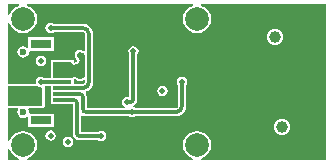
<source format=gbl>
G04*
G04 #@! TF.GenerationSoftware,Altium Limited,Altium Designer,18.1.7 (191)*
G04*
G04 Layer_Physical_Order=4*
G04 Layer_Color=16711680*
%FSLAX24Y24*%
%MOIN*%
G70*
G01*
G75*
%ADD11C,0.0100*%
%ADD22C,0.0394*%
%ADD23C,0.0236*%
%ADD26C,0.0120*%
%ADD35C,0.0787*%
%ADD36C,0.0200*%
%ADD42R,0.0630X0.0118*%
%ADD43R,0.0709X0.0315*%
G36*
X10579Y15852D02*
X10466Y15805D01*
X10369Y15731D01*
X10295Y15634D01*
X10248Y15521D01*
X10200Y15530D01*
Y15900D01*
X10570D01*
X10579Y15852D01*
D02*
G37*
G36*
X11693Y15168D02*
X11697Y15166D01*
X11701Y15165D01*
X11707Y15164D01*
X11713Y15163D01*
X11729Y15161D01*
X11748Y15160D01*
X11759Y15160D01*
Y15040D01*
X11748Y15040D01*
X11713Y15037D01*
X11707Y15036D01*
X11701Y15035D01*
X11697Y15034D01*
X11693Y15032D01*
X11691Y15030D01*
Y15170D01*
X11693Y15168D01*
D02*
G37*
G36*
X20800Y10700D02*
X16630D01*
X16621Y10748D01*
X16734Y10795D01*
X16831Y10869D01*
X16905Y10966D01*
X16952Y11079D01*
X16968Y11200D01*
X16952Y11321D01*
X16905Y11434D01*
X16831Y11531D01*
X16734Y11605D01*
X16621Y11652D01*
X16500Y11668D01*
X16379Y11652D01*
X16266Y11605D01*
X16169Y11531D01*
X16095Y11434D01*
X16048Y11321D01*
X16032Y11200D01*
X16048Y11079D01*
X16095Y10966D01*
X16169Y10869D01*
X16266Y10795D01*
X16379Y10748D01*
X16370Y10700D01*
X10830D01*
X10821Y10748D01*
X10934Y10795D01*
X11031Y10869D01*
X11105Y10966D01*
X11152Y11079D01*
X11168Y11200D01*
X11152Y11321D01*
X11105Y11434D01*
X11031Y11531D01*
X10934Y11605D01*
X10821Y11652D01*
X10700Y11668D01*
X10579Y11652D01*
X10466Y11605D01*
X10369Y11531D01*
X10295Y11434D01*
X10248Y11321D01*
X10200Y11330D01*
Y12429D01*
X10519D01*
X10542Y12385D01*
X10532Y12369D01*
X10518Y12296D01*
X10532Y12223D01*
X10574Y12160D01*
X10636Y12119D01*
X10709Y12104D01*
X10783Y12119D01*
X10826Y12147D01*
X10876Y12123D01*
Y11793D01*
X11724D01*
Y12248D01*
X10931D01*
X10899Y12287D01*
X10901Y12296D01*
X10887Y12369D01*
X10877Y12385D01*
X10900Y12429D01*
X11350D01*
X11377Y12434D01*
X11400Y12450D01*
X11416Y12473D01*
X11421Y12500D01*
X11421Y13107D01*
X11421Y13111D01*
X11421Y13114D01*
X11420Y13117D01*
X11431Y13143D01*
X11444Y13160D01*
X11451Y13166D01*
X11453Y13167D01*
X11624D01*
Y12974D01*
Y12580D01*
X11991D01*
X12009Y12577D01*
X12367D01*
Y11594D01*
X12366D01*
X12383Y11506D01*
X12432Y11432D01*
X12506Y11383D01*
X12594Y11366D01*
Y11367D01*
X13190D01*
X13193Y11367D01*
X13234Y11340D01*
X13300Y11327D01*
X13366Y11340D01*
X13423Y11377D01*
X13460Y11434D01*
X13473Y11500D01*
X13460Y11566D01*
X13423Y11623D01*
X13366Y11660D01*
X13300Y11673D01*
X13234Y11660D01*
X13193Y11633D01*
X13185Y11633D01*
X12633D01*
Y12175D01*
X12683Y12202D01*
X12710Y12183D01*
X12800Y12165D01*
Y12167D01*
X14240D01*
X14243Y12167D01*
X14284Y12140D01*
X14351Y12127D01*
X14417Y12140D01*
X14457Y12167D01*
X14466Y12167D01*
X15800D01*
Y12167D01*
X15886Y12178D01*
X15966Y12212D01*
X16035Y12265D01*
X16088Y12334D01*
X16122Y12414D01*
X16133Y12500D01*
X16133D01*
Y13190D01*
X16133Y13193D01*
X16160Y13234D01*
X16173Y13300D01*
X16160Y13366D01*
X16123Y13423D01*
X16066Y13460D01*
X16000Y13473D01*
X15934Y13460D01*
X15877Y13423D01*
X15840Y13366D01*
X15827Y13300D01*
X15840Y13234D01*
X15867Y13193D01*
X15867Y13185D01*
Y12500D01*
X15866D01*
X15861Y12475D01*
X15847Y12453D01*
X15825Y12439D01*
X15800Y12434D01*
Y12433D01*
X14461D01*
X14458Y12433D01*
X14417Y12460D01*
X14384Y12467D01*
X14379Y12486D01*
X14379Y12519D01*
X14447Y12564D01*
X14497Y12640D01*
X14515Y12729D01*
X14513D01*
Y14213D01*
X14513Y14216D01*
X14541Y14257D01*
X14554Y14323D01*
X14541Y14390D01*
X14503Y14446D01*
X14447Y14484D01*
X14381Y14497D01*
X14314Y14484D01*
X14258Y14446D01*
X14220Y14390D01*
X14207Y14323D01*
X14220Y14257D01*
X14247Y14217D01*
X14248Y14208D01*
Y12838D01*
X14198Y12798D01*
X14170Y12803D01*
X14104Y12790D01*
X14047Y12753D01*
X14010Y12696D01*
X13997Y12630D01*
X14010Y12564D01*
X14047Y12507D01*
X14085Y12483D01*
X14070Y12433D01*
X12833D01*
Y12800D01*
X12835D01*
X12816Y12892D01*
X12790Y12931D01*
X12790Y12941D01*
X12811Y12991D01*
X12868Y13015D01*
X12936Y13067D01*
X12989Y13135D01*
X13022Y13215D01*
X13033Y13300D01*
X13033D01*
Y14900D01*
X13033D01*
X13022Y14986D01*
X12988Y15066D01*
X12935Y15135D01*
X12866Y15188D01*
X12786Y15222D01*
X12700Y15233D01*
Y15233D01*
X11730D01*
X11727Y15233D01*
X11686Y15260D01*
X11619Y15273D01*
X11553Y15260D01*
X11497Y15223D01*
X11459Y15166D01*
X11446Y15100D01*
X11459Y15034D01*
X11497Y14977D01*
X11553Y14940D01*
X11619Y14927D01*
X11686Y14940D01*
X11726Y14967D01*
X11735Y14967D01*
X12700D01*
Y14966D01*
X12725Y14961D01*
X12747Y14947D01*
X12761Y14925D01*
X12766Y14900D01*
X12767D01*
Y14345D01*
X12741Y14332D01*
X12717Y14326D01*
X12666Y14360D01*
X12600Y14373D01*
X12534Y14360D01*
X12477Y14323D01*
X12440Y14266D01*
X12427Y14200D01*
X12440Y14134D01*
X12477Y14077D01*
X12514Y14053D01*
Y13997D01*
X12477Y13973D01*
X12470Y13962D01*
X12403Y13951D01*
X12394Y13959D01*
Y14020D01*
X11624D01*
Y13762D01*
Y13433D01*
X11410D01*
X11407Y13433D01*
X11366Y13460D01*
X11300Y13473D01*
X11234Y13460D01*
X11177Y13423D01*
X11140Y13366D01*
X11127Y13300D01*
X11131Y13280D01*
X11099Y13241D01*
X10200Y13241D01*
Y15270D01*
X10248Y15279D01*
X10295Y15166D01*
X10369Y15069D01*
X10466Y14995D01*
X10579Y14948D01*
X10700Y14932D01*
X10821Y14948D01*
X10934Y14995D01*
X11031Y15069D01*
X11105Y15166D01*
X11152Y15279D01*
X11168Y15400D01*
X11152Y15521D01*
X11105Y15634D01*
X11031Y15731D01*
X10934Y15805D01*
X10821Y15852D01*
X10830Y15900D01*
X16370D01*
X16379Y15852D01*
X16266Y15805D01*
X16169Y15731D01*
X16095Y15634D01*
X16048Y15521D01*
X16032Y15400D01*
X16048Y15279D01*
X16095Y15166D01*
X16169Y15069D01*
X16266Y14995D01*
X16379Y14948D01*
X16500Y14932D01*
X16621Y14948D01*
X16734Y14995D01*
X16831Y15069D01*
X16905Y15166D01*
X16952Y15279D01*
X16968Y15400D01*
X16952Y15521D01*
X16905Y15634D01*
X16831Y15731D01*
X16734Y15805D01*
X16621Y15852D01*
X16630Y15900D01*
X20800D01*
Y10700D01*
D02*
G37*
G36*
X14449Y14250D02*
X14447Y14246D01*
X14445Y14242D01*
X14444Y14236D01*
X14443Y14230D01*
X14441Y14214D01*
X14441Y14195D01*
X14441Y14183D01*
X14321D01*
X14320Y14195D01*
X14318Y14230D01*
X14317Y14236D01*
X14316Y14242D01*
X14314Y14246D01*
X14312Y14250D01*
X14311Y14252D01*
X14451D01*
X14449Y14250D01*
D02*
G37*
G36*
X12638Y14293D02*
X12678Y14267D01*
X12679Y14266D01*
X12681Y14265D01*
X12692Y14261D01*
X12704Y14256D01*
X12705D01*
X12707Y14255D01*
X12717Y14256D01*
X12732Y14255D01*
X12742Y14247D01*
X12767Y14213D01*
Y13487D01*
X12742Y13453D01*
X12732Y13445D01*
X12717Y13444D01*
X12707Y13445D01*
X12705Y13444D01*
X12704D01*
X12692Y13439D01*
X12681Y13435D01*
X12679Y13434D01*
X12678Y13433D01*
X12638Y13407D01*
X12600Y13399D01*
X12562Y13407D01*
X12528Y13429D01*
X12528Y13430D01*
X12519Y13439D01*
X12510Y13448D01*
X12509Y13448D01*
X12507Y13449D01*
X12496Y13453D01*
X12484Y13458D01*
X12483D01*
X12481Y13459D01*
X12414Y13469D01*
X12413Y13469D01*
X12411Y13470D01*
X12399Y13469D01*
X12386Y13468D01*
X12385Y13467D01*
X12383Y13467D01*
X12372Y13462D01*
X12361Y13456D01*
X12360Y13455D01*
X12359Y13455D01*
X12349Y13447D01*
X12347Y13444D01*
X12343Y13442D01*
X12338Y13433D01*
X12334Y13429D01*
X12026D01*
X12009Y13433D01*
X11695D01*
Y13948D01*
X12324D01*
X12326Y13941D01*
X12328Y13932D01*
X12330Y13928D01*
X12331Y13924D01*
X12338Y13917D01*
X12343Y13908D01*
X12347Y13906D01*
X12349Y13903D01*
X12359Y13895D01*
X12360Y13895D01*
X12361Y13894D01*
X12372Y13888D01*
X12383Y13883D01*
X12385Y13883D01*
X12386Y13882D01*
X12399Y13881D01*
X12411Y13880D01*
X12413Y13881D01*
X12414Y13881D01*
X12481Y13891D01*
X12483Y13892D01*
X12484D01*
X12496Y13897D01*
X12507Y13901D01*
X12509Y13902D01*
X12510Y13902D01*
X12519Y13911D01*
X12528Y13920D01*
X12528Y13921D01*
X12553Y13937D01*
X12558Y13942D01*
X12564Y13946D01*
X12568Y13952D01*
X12573Y13957D01*
X12576Y13964D01*
X12580Y13969D01*
X12581Y13976D01*
X12584Y13983D01*
Y13990D01*
X12585Y13997D01*
Y14053D01*
X12584Y14060D01*
Y14067D01*
X12581Y14074D01*
X12580Y14081D01*
X12576Y14086D01*
X12573Y14093D01*
X12568Y14098D01*
X12564Y14104D01*
X12558Y14108D01*
X12553Y14113D01*
X12529Y14129D01*
X12507Y14162D01*
X12499Y14200D01*
X12507Y14238D01*
X12529Y14271D01*
X12562Y14293D01*
X12600Y14301D01*
X12638Y14293D01*
D02*
G37*
G36*
X12470Y13388D02*
X12477Y13377D01*
X12534Y13340D01*
X12600Y13327D01*
X12666Y13340D01*
X12717Y13374D01*
X12741Y13368D01*
X12767Y13355D01*
Y13300D01*
X12766D01*
X12761Y13276D01*
X12748Y13255D01*
X12727Y13242D01*
X12703Y13237D01*
Y13236D01*
X12394D01*
Y13391D01*
X12403Y13399D01*
X12470Y13388D01*
D02*
G37*
G36*
X11374Y13368D02*
X11377Y13366D01*
X11382Y13365D01*
X11387Y13364D01*
X11393Y13362D01*
X11409Y13361D01*
X11429Y13360D01*
X11440Y13360D01*
Y13240D01*
X11429Y13240D01*
X11393Y13238D01*
X11387Y13236D01*
X11382Y13235D01*
X11377Y13234D01*
X11374Y13232D01*
X11371Y13230D01*
Y13370D01*
X11374Y13368D01*
D02*
G37*
G36*
X16068Y13226D02*
X16066Y13223D01*
X16065Y13218D01*
X16064Y13213D01*
X16063Y13207D01*
X16061Y13191D01*
X16060Y13171D01*
X16060Y13160D01*
X15940D01*
X15940Y13171D01*
X15938Y13207D01*
X15936Y13213D01*
X15935Y13218D01*
X15934Y13223D01*
X15932Y13226D01*
X15930Y13229D01*
X16070D01*
X16068Y13226D01*
D02*
G37*
G36*
X11238Y13149D02*
X11300Y13137D01*
X11311Y13139D01*
X11350Y13107D01*
X11350Y12500D01*
X10797D01*
X10795Y12502D01*
X10709Y12518D01*
X10624Y12502D01*
X10622Y12500D01*
X10200D01*
X10200Y13170D01*
X11207Y13170D01*
X11238Y13149D01*
D02*
G37*
G36*
X14424Y12368D02*
X14428Y12366D01*
X14432Y12365D01*
X14438Y12364D01*
X14444Y12363D01*
X14460Y12361D01*
X14479Y12360D01*
X14491Y12360D01*
Y12240D01*
X14479Y12240D01*
X14444Y12237D01*
X14438Y12236D01*
X14432Y12235D01*
X14428Y12234D01*
X14424Y12232D01*
X14422Y12230D01*
Y12370D01*
X14424Y12368D01*
D02*
G37*
G36*
X14279Y12230D02*
X14277Y12232D01*
X14273Y12234D01*
X14269Y12235D01*
X14263Y12236D01*
X14257Y12237D01*
X14241Y12239D01*
X14222Y12240D01*
X14211Y12240D01*
Y12360D01*
X14222Y12360D01*
X14257Y12363D01*
X14263Y12364D01*
X14269Y12365D01*
X14273Y12366D01*
X14277Y12368D01*
X14279Y12370D01*
Y12230D01*
D02*
G37*
G36*
X13229Y11430D02*
X13226Y11432D01*
X13223Y11434D01*
X13218Y11435D01*
X13213Y11436D01*
X13207Y11437D01*
X13191Y11439D01*
X13171Y11440D01*
X13160Y11440D01*
Y11560D01*
X13171Y11560D01*
X13207Y11562D01*
X13213Y11564D01*
X13218Y11565D01*
X13223Y11566D01*
X13226Y11568D01*
X13229Y11570D01*
Y11430D01*
D02*
G37*
G36*
X10295Y10966D02*
X10369Y10869D01*
X10466Y10795D01*
X10579Y10748D01*
X10570Y10700D01*
X10200D01*
Y11070D01*
X10248Y11079D01*
X10295Y10966D01*
D02*
G37*
%LPC*%
G36*
X19095Y15069D02*
X19026Y15060D01*
X18961Y15033D01*
X18905Y14990D01*
X18862Y14935D01*
X18835Y14870D01*
X18826Y14800D01*
X18835Y14730D01*
X18862Y14665D01*
X18905Y14610D01*
X18961Y14567D01*
X19026Y14540D01*
X19095Y14531D01*
X19165Y14540D01*
X19230Y14567D01*
X19286Y14610D01*
X19328Y14665D01*
X19355Y14730D01*
X19364Y14800D01*
X19355Y14870D01*
X19328Y14935D01*
X19286Y14990D01*
X19230Y15033D01*
X19165Y15060D01*
X19095Y15069D01*
D02*
G37*
G36*
X11724Y14807D02*
X10876D01*
Y14477D01*
X10826Y14453D01*
X10783Y14481D01*
X10709Y14496D01*
X10636Y14481D01*
X10574Y14440D01*
X10532Y14377D01*
X10518Y14304D01*
X10532Y14231D01*
X10574Y14168D01*
X10636Y14127D01*
X10709Y14112D01*
X10783Y14127D01*
X10845Y14168D01*
X10887Y14231D01*
X10901Y14304D01*
X10899Y14313D01*
X10931Y14352D01*
X11724D01*
Y14807D01*
D02*
G37*
G36*
X11300Y14173D02*
X11234Y14160D01*
X11177Y14123D01*
X11140Y14066D01*
X11127Y14000D01*
X11140Y13934D01*
X11177Y13877D01*
X11234Y13840D01*
X11300Y13827D01*
X11366Y13840D01*
X11423Y13877D01*
X11460Y13934D01*
X11473Y14000D01*
X11460Y14066D01*
X11423Y14123D01*
X11366Y14160D01*
X11300Y14173D01*
D02*
G37*
G36*
X15350Y13173D02*
X15284Y13160D01*
X15227Y13123D01*
X15190Y13066D01*
X15177Y13000D01*
X15190Y12934D01*
X15227Y12877D01*
X15284Y12840D01*
X15350Y12827D01*
X15416Y12840D01*
X15473Y12877D01*
X15510Y12934D01*
X15523Y13000D01*
X15510Y13066D01*
X15473Y13123D01*
X15416Y13160D01*
X15350Y13173D01*
D02*
G37*
G36*
X19332Y12069D02*
X19262Y12060D01*
X19197Y12033D01*
X19141Y11990D01*
X19098Y11935D01*
X19072Y11870D01*
X19062Y11800D01*
X19072Y11730D01*
X19098Y11665D01*
X19141Y11610D01*
X19197Y11567D01*
X19262Y11540D01*
X19332Y11531D01*
X19401Y11540D01*
X19466Y11567D01*
X19522Y11610D01*
X19565Y11665D01*
X19591Y11730D01*
X19601Y11800D01*
X19591Y11870D01*
X19565Y11935D01*
X19522Y11990D01*
X19466Y12033D01*
X19401Y12060D01*
X19332Y12069D01*
D02*
G37*
G36*
X11619Y11693D02*
X11553Y11680D01*
X11497Y11642D01*
X11459Y11586D01*
X11446Y11519D01*
X11459Y11453D01*
X11497Y11397D01*
X11553Y11359D01*
X11619Y11346D01*
X11686Y11359D01*
X11742Y11397D01*
X11780Y11453D01*
X11793Y11519D01*
X11780Y11586D01*
X11742Y11642D01*
X11686Y11680D01*
X11619Y11693D01*
D02*
G37*
G36*
X12200Y11473D02*
X12134Y11460D01*
X12077Y11423D01*
X12040Y11366D01*
X12027Y11300D01*
X12040Y11234D01*
X12077Y11177D01*
X12134Y11140D01*
X12200Y11127D01*
X12266Y11140D01*
X12323Y11177D01*
X12360Y11234D01*
X12373Y11300D01*
X12360Y11366D01*
X12323Y11423D01*
X12266Y11460D01*
X12200Y11473D01*
D02*
G37*
%LPD*%
D11*
X11600Y11500D02*
G03*
X11619Y11519I0J19D01*
G01*
X14170Y12630D02*
G03*
X14200Y12600I30J0D01*
G01*
D22*
X19095Y14800D02*
D03*
X19332Y11800D02*
D03*
D23*
X10709Y14304D02*
D03*
Y12296D02*
D03*
D26*
X12900Y14900D02*
G03*
X12700Y15100I-200J0D01*
G01*
X12703Y13103D02*
G03*
X12900Y13300I0J197D01*
G01*
X15800Y12300D02*
G03*
X16000Y12500I0J200D01*
G01*
X14282Y12630D02*
G03*
X14381Y12729I0J99D01*
G01*
X12500Y12600D02*
G03*
X12391Y12709I-109J0D01*
G01*
X12500Y11594D02*
G03*
X12594Y11500I94J0D01*
G01*
X12700Y12400D02*
G03*
X12800Y12300I100J0D01*
G01*
X12700Y12800D02*
G03*
X12594Y12906I-106J0D01*
G01*
X11619Y15100D02*
X12700D01*
X12900Y13300D02*
Y14900D01*
X12009Y13103D02*
X12703D01*
X11300Y13300D02*
X12009D01*
X12800Y12300D02*
X14351D01*
X15800D01*
X16000Y12500D02*
Y13300D01*
X14170Y12630D02*
X14282D01*
X14381Y12729D02*
Y14323D01*
X12009Y12709D02*
X12391D01*
X12594Y11500D02*
X13300D01*
X12500Y11594D02*
Y12600D01*
X12009Y12906D02*
X12594D01*
X12700Y12400D02*
Y12800D01*
D35*
X16500Y11200D02*
D03*
Y15400D02*
D03*
X10700D02*
D03*
Y11200D02*
D03*
D36*
X11619Y11519D02*
D03*
X12200Y11300D02*
D03*
X17700Y15600D02*
D03*
X17100D02*
D03*
X15900D02*
D03*
X15300D02*
D03*
X14700D02*
D03*
X14100D02*
D03*
X13500D02*
D03*
X12900D02*
D03*
X12300D02*
D03*
X11700D02*
D03*
X20400Y10900D02*
D03*
X19800D02*
D03*
X19200D02*
D03*
X18600D02*
D03*
X18000D02*
D03*
X17400D02*
D03*
X15600D02*
D03*
X15000D02*
D03*
X14400D02*
D03*
X13800D02*
D03*
X13200D02*
D03*
X12600D02*
D03*
X12000D02*
D03*
X11400D02*
D03*
X20400Y14500D02*
D03*
Y13300D02*
D03*
Y12100D02*
D03*
X19800Y14500D02*
D03*
X20100Y13900D02*
D03*
X19800Y13300D02*
D03*
X20100Y12700D02*
D03*
X19800Y12100D02*
D03*
X19500Y13900D02*
D03*
X19200Y13300D02*
D03*
X19500Y12700D02*
D03*
X18600Y14500D02*
D03*
X18900Y13900D02*
D03*
X18600Y13300D02*
D03*
X18900Y12700D02*
D03*
X18600Y12100D02*
D03*
X12600Y13500D02*
D03*
Y13850D02*
D03*
Y14200D02*
D03*
X15350Y13000D02*
D03*
Y13600D02*
D03*
X11619Y15100D02*
D03*
X11100Y13000D02*
D03*
Y13500D02*
D03*
Y13800D02*
D03*
X11300Y14000D02*
D03*
X11100Y12700D02*
D03*
X11300Y13300D02*
D03*
X16000Y13300D02*
D03*
X14381Y14323D02*
D03*
X14170Y12630D02*
D03*
X13300Y11500D02*
D03*
X14351Y12300D02*
D03*
D42*
X12009Y13891D02*
D03*
Y13497D02*
D03*
Y13694D02*
D03*
Y13103D02*
D03*
Y13300D02*
D03*
Y12709D02*
D03*
Y12906D02*
D03*
X10591Y13694D02*
D03*
Y13891D02*
D03*
Y13300D02*
D03*
Y13497D02*
D03*
Y13103D02*
D03*
Y12709D02*
D03*
Y12906D02*
D03*
D43*
X11300Y14580D02*
D03*
Y12020D02*
D03*
M02*

</source>
